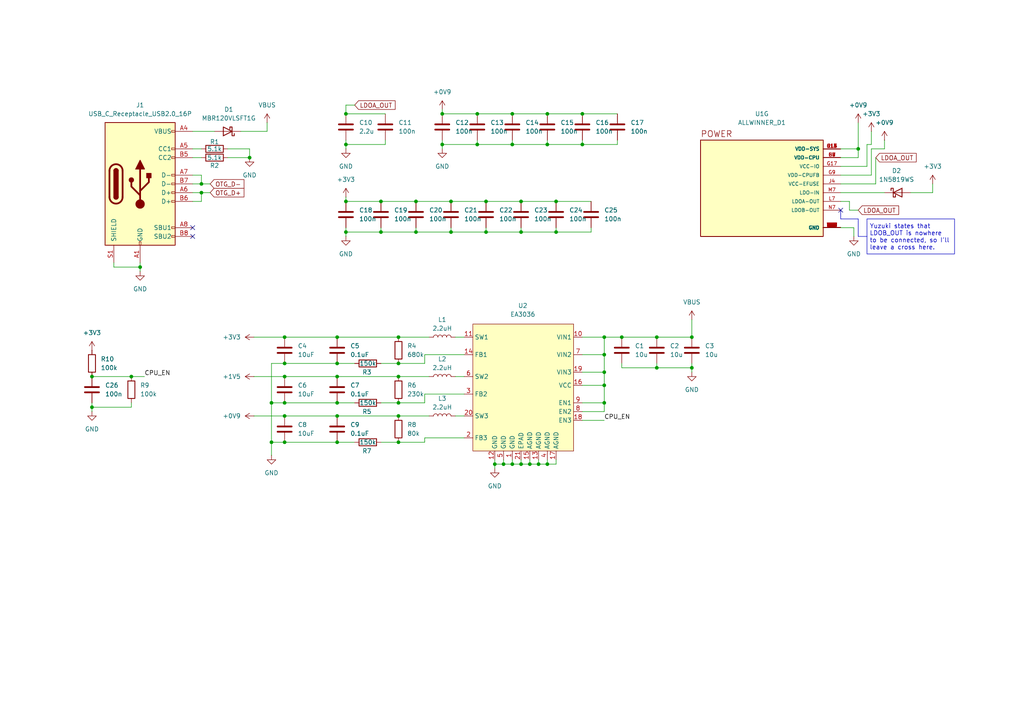
<source format=kicad_sch>
(kicad_sch (version 20250114) (generator "eeschema") (generator_version "9.0")
  (paper "A4")
  (title_block (title "Project Eous") (date "2025-04-06") (rev "0.5") (company "Radianite Computers Inc.") (comment 1 "Drawn by: Zean Isnomo"))
  (rectangle (start 251.46 63.5) (end 276.86 73.66))
  (text "Yuzuki states that\nLDOB_OUT is nowhere\nto be connected, so I'll\nleave a cross here." (at 252.222 68.834 0) (effects (font (size 1.27 1.27)) (justify left)))
  (junction (at 72.39 45.72))
  (junction (at 40.64 77.47))
  (junction (at 146.05 134.62))
  (junction (at 78.74 116.84))
  (junction (at 120.65 67.31))
  (junction (at 78.74 128.27))
  (junction (at 97.79 109.22))
  (junction (at 82.55 128.27))
  (junction (at 82.55 116.84))
  (junction (at 130.81 67.31))
  (junction (at 58.42 55.88))
  (junction (at 175.26 107.95))
  (junction (at 156.21 134.62))
  (junction (at 82.55 105.41))
  (junction (at 248.92 43.18))
  (junction (at 115.57 97.79))
  (junction (at 168.91 33.02))
  (junction (at 168.91 41.91))
  (junction (at 151.13 67.31))
  (junction (at 130.81 58.42))
  (junction (at 82.55 97.79))
  (junction (at 175.26 97.79))
  (junction (at 110.49 67.31))
  (junction (at 120.65 58.42))
  (junction (at 161.29 67.31))
  (junction (at 97.79 105.41))
  (junction (at 82.55 109.22))
  (junction (at 26.67 118.11))
  (junction (at 115.57 105.41))
  (junction (at 143.51 134.62))
  (junction (at 128.27 41.91))
  (junction (at 148.59 41.91))
  (junction (at 110.49 58.42))
  (junction (at 97.79 116.84))
  (junction (at 115.57 109.22))
  (junction (at 175.26 102.87))
  (junction (at 148.59 33.02))
  (junction (at 128.27 33.02))
  (junction (at 38.1 109.22))
  (junction (at 97.79 97.79))
  (junction (at 100.33 41.91))
  (junction (at 26.67 109.22))
  (junction (at 100.33 58.42))
  (junction (at 190.5 97.79))
  (junction (at 115.57 116.84))
  (junction (at 158.75 134.62))
  (junction (at 190.5 106.68))
  (junction (at 97.79 120.65))
  (junction (at 115.57 120.65))
  (junction (at 175.26 111.76))
  (junction (at 115.57 128.27))
  (junction (at 100.33 67.31))
  (junction (at 138.43 41.91))
  (junction (at 148.59 134.62))
  (junction (at 151.13 134.62))
  (junction (at 151.13 58.42))
  (junction (at 58.42 53.34))
  (junction (at 200.66 97.79))
  (junction (at 82.55 120.65))
  (junction (at 158.75 41.91))
  (junction (at 180.34 97.79))
  (junction (at 153.67 134.62))
  (junction (at 138.43 33.02))
  (junction (at 175.26 116.84))
  (junction (at 140.97 67.31))
  (junction (at 161.29 58.42))
  (junction (at 97.79 128.27))
  (junction (at 100.33 33.02))
  (junction (at 158.75 33.02))
  (junction (at 200.66 106.68))
  (junction (at 140.97 58.42))
  (no_connect (at 55.88 66.04))
  (no_connect (at 243.84 60.96))
  (no_connect (at 55.88 68.58))
  (wire (pts (xy 38.1 118.11) (xy 38.1 116.84)))
  (wire (pts (xy 110.49 116.84) (xy 115.57 116.84)))
  (wire (pts (xy 247.65 66.04) (xy 247.65 68.58)))
  (wire (pts (xy 153.67 134.62) (xy 153.67 133.35)))
  (wire (pts (xy 158.75 33.02) (xy 168.91 33.02)))
  (wire (pts (xy 156.21 134.62) (xy 156.21 133.35)))
  (wire (pts (xy 153.67 134.62) (xy 156.21 134.62)))
  (wire (pts (xy 97.79 105.41) (xy 102.87 105.41)))
  (wire (pts (xy 151.13 67.31) (xy 161.29 67.31)))
  (wire (pts (xy 26.67 118.11) (xy 38.1 118.11)))
  (wire (pts (xy 111.76 41.91) (xy 100.33 41.91)))
  (wire (pts (xy 168.91 116.84) (xy 175.26 116.84)))
  (wire (pts (xy 100.33 67.31) (xy 100.33 68.58)))
  (wire (pts (xy 115.57 97.79) (xy 124.46 97.79)))
  (wire (pts (xy 179.07 41.91) (xy 179.07 40.64)))
  (wire (pts (xy 82.55 116.84) (xy 78.74 116.84)))
  (wire (pts (xy 248.92 43.18) (xy 248.92 45.72)))
  (wire (pts (xy 123.19 114.3) (xy 134.62 114.3)))
  (wire (pts (xy 168.91 97.79) (xy 175.26 97.79)))
  (wire (pts (xy 82.55 120.65) (xy 97.79 120.65)))
  (wire (pts (xy 100.33 58.42) (xy 110.49 58.42)))
  (wire (pts (xy 130.81 67.31) (xy 130.81 66.04)))
  (wire (pts (xy 161.29 58.42) (xy 171.45 58.42)))
  (wire (pts (xy 66.04 45.72) (xy 72.39 45.72)))
  (wire (pts (xy 138.43 41.91) (xy 148.59 41.91)))
  (wire (pts (xy 58.42 58.42) (xy 58.42 55.88)))
  (wire (pts (xy 151.13 67.31) (xy 151.13 66.04)))
  (wire (pts (xy 251.46 41.91) (xy 252.73 41.91)))
  (wire (pts (xy 252.73 41.91) (xy 252.73 38.1)))
  (wire (pts (xy 158.75 41.91) (xy 168.91 41.91)))
  (wire (pts (xy 82.55 109.22) (xy 97.79 109.22)))
  (wire (pts (xy 252.73 50.8) (xy 243.84 50.8)))
  (wire (pts (xy 146.05 134.62) (xy 146.05 133.35)))
  (wire (pts (xy 115.57 109.22) (xy 124.46 109.22)))
  (wire (pts (xy 175.26 97.79) (xy 180.34 97.79)))
  (wire (pts (xy 200.66 97.79) (xy 200.66 92.71)))
  (polyline (pts (xy 243.84 60.96) (xy 243.84 62.23)))
  (wire (pts (xy 243.84 66.04) (xy 247.65 66.04)))
  (wire (pts (xy 73.66 120.65) (xy 82.55 120.65)))
  (wire (pts (xy 128.27 41.91) (xy 138.43 41.91)))
  (wire (pts (xy 40.64 77.47) (xy 40.64 78.74)))
  (wire (pts (xy 128.27 33.02) (xy 138.43 33.02)))
  (wire (pts (xy 138.43 33.02) (xy 148.59 33.02)))
  (polyline (pts (xy 251.46 68.58) (xy 248.92 68.58)))
  (wire (pts (xy 77.47 38.1) (xy 69.85 38.1)))
  (wire (pts (xy 175.26 102.87) (xy 175.26 97.79)))
  (wire (pts (xy 243.84 53.34) (xy 254 53.34)))
  (wire (pts (xy 180.34 97.79) (xy 190.5 97.79)))
  (wire (pts (xy 158.75 41.91) (xy 158.75 40.64)))
  (wire (pts (xy 252.73 43.18) (xy 256.54 43.18)))
  (wire (pts (xy 143.51 134.62) (xy 143.51 135.89)))
  (wire (pts (xy 143.51 134.62) (xy 146.05 134.62)))
  (wire (pts (xy 252.73 43.18) (xy 252.73 50.8)))
  (wire (pts (xy 161.29 134.62) (xy 161.29 133.35)))
  (wire (pts (xy 151.13 58.42) (xy 161.29 58.42)))
  (wire (pts (xy 158.75 134.62) (xy 158.75 133.35)))
  (wire (pts (xy 132.08 97.79) (xy 134.62 97.79)))
  (wire (pts (xy 97.79 128.27) (xy 102.87 128.27)))
  (wire (pts (xy 190.5 105.41) (xy 190.5 106.68)))
  (wire (pts (xy 55.88 55.88) (xy 58.42 55.88)))
  (wire (pts (xy 97.79 97.79) (xy 115.57 97.79)))
  (wire (pts (xy 38.1 109.22) (xy 41.91 109.22)))
  (wire (pts (xy 120.65 67.31) (xy 120.65 66.04)))
  (wire (pts (xy 55.88 53.34) (xy 58.42 53.34)))
  (wire (pts (xy 82.55 128.27) (xy 78.74 128.27)))
  (wire (pts (xy 248.92 45.72) (xy 243.84 45.72)))
  (wire (pts (xy 175.26 116.84) (xy 175.26 111.76)))
  (wire (pts (xy 146.05 134.62) (xy 148.59 134.62)))
  (wire (pts (xy 251.46 48.26) (xy 251.46 41.91)))
  (wire (pts (xy 82.55 105.41) (xy 78.74 105.41)))
  (wire (pts (xy 82.55 128.27) (xy 97.79 128.27)))
  (wire (pts (xy 243.84 43.18) (xy 248.92 43.18)))
  (wire (pts (xy 100.33 41.91) (xy 100.33 43.18)))
  (wire (pts (xy 55.88 50.8) (xy 58.42 50.8)))
  (wire (pts (xy 148.59 33.02) (xy 158.75 33.02)))
  (wire (pts (xy 175.26 111.76) (xy 175.26 107.95)))
  (wire (pts (xy 180.34 105.41) (xy 180.34 106.68)))
  (wire (pts (xy 171.45 67.31) (xy 171.45 66.04)))
  (wire (pts (xy 82.55 105.41) (xy 97.79 105.41)))
  (wire (pts (xy 132.08 109.22) (xy 134.62 109.22)))
  (wire (pts (xy 73.66 97.79) (xy 82.55 97.79)))
  (wire (pts (xy 123.19 128.27) (xy 123.19 127)))
  (wire (pts (xy 40.64 76.2) (xy 40.64 77.47)))
  (wire (pts (xy 254 53.34) (xy 254 45.72)))
  (wire (pts (xy 128.27 41.91) (xy 128.27 43.18)))
  (wire (pts (xy 115.57 120.65) (xy 124.46 120.65)))
  (wire (pts (xy 55.88 58.42) (xy 58.42 58.42)))
  (wire (pts (xy 246.38 60.96) (xy 246.38 58.42)))
  (wire (pts (xy 110.49 58.42) (xy 120.65 58.42)))
  (wire (pts (xy 151.13 134.62) (xy 153.67 134.62)))
  (wire (pts (xy 161.29 67.31) (xy 161.29 66.04)))
  (wire (pts (xy 168.91 107.95) (xy 175.26 107.95)))
  (wire (pts (xy 115.57 116.84) (xy 123.19 116.84)))
  (wire (pts (xy 100.33 30.48) (xy 100.33 33.02)))
  (wire (pts (xy 128.27 31.75) (xy 128.27 33.02)))
  (wire (pts (xy 26.67 109.22) (xy 38.1 109.22)))
  (wire (pts (xy 110.49 105.41) (xy 115.57 105.41)))
  (wire (pts (xy 26.67 116.84) (xy 26.67 118.11)))
  (wire (pts (xy 270.51 55.88) (xy 270.51 53.34)))
  (wire (pts (xy 168.91 121.92) (xy 175.26 121.92)))
  (wire (pts (xy 248.92 35.56) (xy 248.92 43.18)))
  (wire (pts (xy 143.51 134.62) (xy 143.51 133.35)))
  (polyline (pts (xy 248.92 63.5) (xy 243.84 63.5)))
  (wire (pts (xy 55.88 43.18) (xy 58.42 43.18)))
  (wire (pts (xy 82.55 116.84) (xy 97.79 116.84)))
  (wire (pts (xy 58.42 55.88) (xy 60.96 55.88)))
  (wire (pts (xy 140.97 67.31) (xy 140.97 66.04)))
  (wire (pts (xy 72.39 43.18) (xy 72.39 45.72)))
  (wire (pts (xy 82.55 97.79) (xy 97.79 97.79)))
  (wire (pts (xy 73.66 109.22) (xy 82.55 109.22)))
  (wire (pts (xy 190.5 97.79) (xy 200.66 97.79)))
  (wire (pts (xy 55.88 38.1) (xy 62.23 38.1)))
  (wire (pts (xy 168.91 41.91) (xy 179.07 41.91)))
  (wire (pts (xy 78.74 116.84) (xy 78.74 128.27)))
  (wire (pts (xy 243.84 48.26) (xy 251.46 48.26)))
  (wire (pts (xy 148.59 41.91) (xy 148.59 40.64)))
  (wire (pts (xy 161.29 67.31) (xy 171.45 67.31)))
  (wire (pts (xy 138.43 41.91) (xy 138.43 40.64)))
  (wire (pts (xy 175.26 107.95) (xy 175.26 102.87)))
  (wire (pts (xy 100.33 40.64) (xy 100.33 41.91)))
  (wire (pts (xy 100.33 67.31) (xy 110.49 67.31)))
  (wire (pts (xy 26.67 118.11) (xy 26.67 119.38)))
  (wire (pts (xy 100.33 33.02) (xy 111.76 33.02)))
  (wire (pts (xy 123.19 105.41) (xy 123.19 102.87)))
  (wire (pts (xy 148.59 134.62) (xy 148.59 133.35)))
  (wire (pts (xy 115.57 105.41) (xy 123.19 105.41)))
  (wire (pts (xy 168.91 119.38) (xy 175.26 119.38)))
  (wire (pts (xy 180.34 106.68) (xy 190.5 106.68)))
  (wire (pts (xy 200.66 106.68) (xy 200.66 107.95)))
  (wire (pts (xy 190.5 106.68) (xy 200.66 106.68)))
  (wire (pts (xy 110.49 128.27) (xy 115.57 128.27)))
  (wire (pts (xy 200.66 105.41) (xy 200.66 106.68)))
  (wire (pts (xy 115.57 128.27) (xy 123.19 128.27)))
  (wire (pts (xy 102.87 30.48) (xy 100.33 30.48)))
  (wire (pts (xy 246.38 60.96) (xy 248.92 60.96)))
  (wire (pts (xy 168.91 111.76) (xy 175.26 111.76)))
  (wire (pts (xy 148.59 134.62) (xy 151.13 134.62)))
  (wire (pts (xy 168.91 41.91) (xy 168.91 40.64)))
  (wire (pts (xy 77.47 35.56) (xy 77.47 38.1)))
  (wire (pts (xy 158.75 134.62) (xy 161.29 134.62)))
  (wire (pts (xy 120.65 58.42) (xy 130.81 58.42)))
  (wire (pts (xy 110.49 67.31) (xy 110.49 66.04)))
  (wire (pts (xy 246.38 58.42) (xy 243.84 58.42)))
  (wire (pts (xy 78.74 128.27) (xy 78.74 132.08)))
  (wire (pts (xy 66.04 43.18) (xy 72.39 43.18)))
  (wire (pts (xy 168.91 102.87) (xy 175.26 102.87)))
  (polyline (pts (xy 243.84 62.23) (xy 243.84 63.5)))
  (wire (pts (xy 256.54 43.18) (xy 256.54 40.64)))
  (wire (pts (xy 168.91 33.02) (xy 179.07 33.02)))
  (polyline (pts (xy 248.92 68.58) (xy 248.92 63.5)))
  (wire (pts (xy 148.59 41.91) (xy 158.75 41.91)))
  (wire (pts (xy 123.19 102.87) (xy 134.62 102.87)))
  (wire (pts (xy 130.81 67.31) (xy 140.97 67.31)))
  (wire (pts (xy 97.79 120.65) (xy 115.57 120.65)))
  (wire (pts (xy 156.21 134.62) (xy 158.75 134.62)))
  (wire (pts (xy 140.97 58.42) (xy 151.13 58.42)))
  (wire (pts (xy 120.65 67.31) (xy 130.81 67.31)))
  (wire (pts (xy 58.42 50.8) (xy 58.42 53.34)))
  (wire (pts (xy 55.88 45.72) (xy 58.42 45.72)))
  (wire (pts (xy 128.27 41.91) (xy 128.27 40.64)))
  (wire (pts (xy 151.13 134.62) (xy 151.13 133.35)))
  (wire (pts (xy 33.02 77.47) (xy 33.02 76.2)))
  (wire (pts (xy 97.79 116.84) (xy 102.87 116.84)))
  (wire (pts (xy 111.76 40.64) (xy 111.76 41.91)))
  (wire (pts (xy 264.16 55.88) (xy 270.51 55.88)))
  (wire (pts (xy 123.19 116.84) (xy 123.19 114.3)))
  (wire (pts (xy 243.84 55.88) (xy 256.54 55.88)))
  (wire (pts (xy 40.64 77.47) (xy 33.02 77.47)))
  (wire (pts (xy 100.33 67.31) (xy 100.33 66.04)))
  (wire (pts (xy 58.42 53.34) (xy 60.96 53.34)))
  (wire (pts (xy 97.79 109.22) (xy 115.57 109.22)))
  (wire (pts (xy 132.08 120.65) (xy 134.62 120.65)))
  (wire (pts (xy 78.74 105.41) (xy 78.74 116.84)))
  (wire (pts (xy 140.97 67.31) (xy 151.13 67.31)))
  (wire (pts (xy 100.33 57.15) (xy 100.33 58.42)))
  (wire (pts (xy 123.19 127) (xy 134.62 127)))
  (wire (pts (xy 175.26 119.38) (xy 175.26 116.84)))
  (wire (pts (xy 110.49 67.31) (xy 120.65 67.31)))
  (wire (pts (xy 130.81 58.42) (xy 140.97 58.42)))
  (label "CPU_EN" (at 175.26 121.92 0))
  (label "CPU_EN" (at 41.91 109.22 0))
  (global_label "LDOA_OUT" (shape input) (at 254 45.72 0) (property "Intersheetrefs" "${INTERSHEET_REFS}" (effects (hide yes))))
  (global_label "LDOA_OUT" (shape input) (at 248.92 60.96 0) (property "Intersheetrefs" "${INTERSHEET_REFS}" (effects (hide yes))))
  (global_label "OTG_D-" (shape input) (at 60.96 53.34 0) (property "Intersheetrefs" "${INTERSHEET_REFS}" (effects (hide yes))))
  (global_label "OTG_D+" (shape input) (at 60.96 55.88 0) (property "Intersheetrefs" "${INTERSHEET_REFS}" (effects (hide yes))))
  (global_label "LDOA_OUT" (shape input) (at 102.87 30.48 0) (property "Intersheetrefs" "${INTERSHEET_REFS}" (effects (hide yes))))
  (symbol (lib_id "Device:R") (at 106.68 105.41 90) (unit 1)
    (property "Reference" "R3" (at 106.426 107.95 90))
    (property "Value" "150k" (at 106.68 105.41 90))
    (property "Footprint" "Resistor_SMD:R_0402_1005Metric" (effects (hide yes)))
    (property "Description" "Resistor" (effects (hide yes)))
  )
  (symbol (lib_id "power:+3V3") (at 252.73 38.1 0) (unit 1)
    (property "Reference" "#PWR014" (effects (hide yes)))
    (property "Value" "+3V3" (at 252.73 33.02 0))
    (property "Description" "Power symbol creates a global label with name \"+3V3\"" (effects (hide yes)))
  )
  (symbol (lib_id "power:+1V5") (at 73.66 120.65 90) (unit 1)
    (property "Reference" "#PWR011" (effects (hide yes)))
    (property "Value" "+0V9" (at 69.85 120.6499 90) (effects (justify left)))
    (property "Description" "Power symbol creates a global label with name \"+1V5\"" (effects (hide yes)))
  )
  (symbol (lib_id "Device:D_Schottky") (at 260.35 55.88 0) (unit 1)
    (property "Reference" "D2" (at 260.0325 49.53 0))
    (property "Value" "1N5819WS" (at 260.0325 52.07 0))
    (property "Footprint" "Diode_SMD:D_SOD-323" (effects (hide yes)))
    (property "Description" "Schottky diode" (effects (hide yes)))
  )
  (symbol (lib_id "Device:C") (at 200.66 101.6 0) (unit 1)
    (property "Reference" "C3" (at 204.47 100.3299 0) (effects (justify left)))
    (property "Value" "10u" (at 204.47 102.8699 0) (effects (justify left)))
    (property "Footprint" "Capacitor_SMD:C_0402_1005Metric" (effects (hide yes)))
    (property "Description" "Unpolarized capacitor" (effects (hide yes)))
  )
  (symbol (lib_id "Device:C") (at 120.65 62.23 0) (unit 1)
    (property "Reference" "C20" (at 124.46 60.9599 0) (effects (justify left)))
    (property "Value" "100n" (at 124.46 63.4999 0) (effects (justify left)))
    (property "Footprint" "Capacitor_SMD:C_0402_1005Metric" (effects (hide yes)))
    (property "Description" "Unpolarized capacitor" (effects (hide yes)))
  )
  (symbol (lib_id "Device:C") (at 158.75 36.83 0) (unit 1)
    (property "Reference" "C15" (at 162.56 35.5599 0) (effects (justify left)))
    (property "Value" "100n" (at 162.56 38.0999 0) (effects (justify left)))
    (property "Footprint" "Capacitor_SMD:C_0402_1005Metric" (effects (hide yes)))
    (property "Description" "Unpolarized capacitor" (effects (hide yes)))
  )
  (symbol (lib_id "Device:C") (at 110.49 62.23 0) (unit 1)
    (property "Reference" "C19" (at 114.3 60.9599 0) (effects (justify left)))
    (property "Value" "100n" (at 114.3 63.4999 0) (effects (justify left)))
    (property "Footprint" "Capacitor_SMD:C_0402_1005Metric" (effects (hide yes)))
    (property "Description" "Unpolarized capacitor" (effects (hide yes)))
  )
  (symbol (lib_id "power:GND") (at 247.65 68.58 0) (unit 1)
    (property "Reference" "#PWR01" (effects (hide yes)))
    (property "Value" "GND" (at 247.65 73.66 0))
    (property "Description" "Power symbol creates a global label with name \"GND\" , ground" (effects (hide yes)))
  )
  (symbol (lib_id "power:+3V3") (at 100.33 57.15 0) (unit 1)
    (property "Reference" "#PWR019" (effects (hide yes)))
    (property "Value" "+3V3" (at 100.33 52.07 0))
    (property "Description" "Power symbol creates a global label with name \"+3V3\"" (effects (hide yes)))
  )
  (symbol (lib_id "power:+1V5") (at 248.92 35.56 0) (unit 1)
    (property "Reference" "#PWR015" (effects (hide yes)))
    (property "Value" "+0V9" (at 248.92 30.48 0))
    (property "Description" "Power symbol creates a global label with name \"+1V5\"" (effects (hide yes)))
  )
  (symbol (lib_id "Device:L") (at 128.27 97.79 90) (unit 1)
    (property "Reference" "L1" (at 128.27 92.71 90))
    (property "Value" "2.2uH" (at 128.27 95.25 90))
    (property "Footprint" "Inductor_SMD:L_Changjiang_FNR252010S" (effects (hide yes)))
    (property "Description" "Inductor" (effects (hide yes)))
  )
  (symbol (lib_id "Device:C") (at 82.55 124.46 0) (unit 1)
    (property "Reference" "C8" (at 86.36 123.1899 0) (effects (justify left)))
    (property "Value" "10uF" (at 86.36 125.7299 0) (effects (justify left)))
    (property "Footprint" "Capacitor_SMD:C_0402_1005Metric" (effects (hide yes)))
    (property "Description" "Unpolarized capacitor" (effects (hide yes)))
  )
  (symbol (lib_id "Device:L") (at 128.27 120.65 90) (unit 1)
    (property "Reference" "L3" (at 128.27 115.57 90))
    (property "Value" "2.2uH" (at 128.27 118.11 90))
    (property "Footprint" "Inductor_SMD:L_Changjiang_FNR252010S" (effects (hide yes)))
    (property "Description" "Inductor" (effects (hide yes)))
  )
  (symbol (lib_id "Device:R") (at 106.68 128.27 90) (unit 1)
    (property "Reference" "R7" (at 106.426 130.81 90))
    (property "Value" "150k" (at 106.68 128.27 90))
    (property "Footprint" "Resistor_SMD:R_0402_1005Metric" (effects (hide yes)))
    (property "Description" "Resistor" (effects (hide yes)))
  )
  (symbol (lib_id "Device:C") (at 130.81 62.23 0) (unit 1)
    (property "Reference" "C21" (at 134.62 60.9599 0) (effects (justify left)))
    (property "Value" "100n" (at 134.62 63.4999 0) (effects (justify left)))
    (property "Footprint" "Capacitor_SMD:C_0402_1005Metric" (effects (hide yes)))
    (property "Description" "Unpolarized capacitor" (effects (hide yes)))
  )
  (symbol (lib_id "Device:C") (at 82.55 113.03 0) (unit 1)
    (property "Reference" "C6" (at 86.36 111.7599 0) (effects (justify left)))
    (property "Value" "10uF" (at 86.36 114.2999 0) (effects (justify left)))
    (property "Footprint" "Capacitor_SMD:C_0402_1005Metric" (effects (hide yes)))
    (property "Description" "Unpolarized capacitor" (effects (hide yes)))
  )
  (symbol (lib_id "power:GND") (at 128.27 43.18 0) (unit 1)
    (property "Reference" "#PWR017" (effects (hide yes)))
    (property "Value" "GND" (at 128.27 48.26 0))
    (property "Description" "Power symbol creates a global label with name \"GND\" , ground" (effects (hide yes)))
  )
  (symbol (lib_id "Device:C") (at 151.13 62.23 0) (unit 1)
    (property "Reference" "C23" (at 154.94 60.9599 0) (effects (justify left)))
    (property "Value" "100n" (at 154.94 63.4999 0) (effects (justify left)))
    (property "Footprint" "Capacitor_SMD:C_0402_1005Metric" (effects (hide yes)))
    (property "Description" "Unpolarized capacitor" (effects (hide yes)))
  )
  (symbol (lib_id "power:+1V5") (at 256.54 40.64 0) (unit 1)
    (property "Reference" "#PWR013" (effects (hide yes)))
    (property "Value" "+0V9" (at 256.54 35.56 0))
    (property "Description" "Power symbol creates a global label with name \"+1V5\"" (effects (hide yes)))
  )
  (symbol (lib_id "ALLWINNER_D1:ALLWINNER_D1") (at 220.98 53.34 0) (unit 7)
    (property "Reference" "U1" (at 220.98 33.02 0))
    (property "Value" "ALLWINNER_D1" (at 220.98 35.56 0))
    (property "Footprint" "libs:BGA337C65P20X20_1300X1300X133" (effects (hide yes)))
    (property "MF" "Allwinner Technology" (effects (hide yes)))
    (property "MAXIMUM_PACKAGE_HEIGHT" "1.33mm" (effects (hide yes)))
    (property "Package" "Package" (effects (hide yes)))
    (property "Price" "None" (effects (hide yes)))
    (property "Check_prices" "https://www.snapeda.com/parts/ALLWINNER%20D1/Allwinner+Technology/view-part/?ref=eda" (effects (hide yes)))
    (property "STANDARD" "IPC 7351B" (effects (hide yes)))
    (property "PARTREV" "0.1" (effects (hide yes)))
    (property "SnapEDA_Link" "https://www.snapeda.com/parts/ALLWINNER%20D1/Allwinner+Technology/view-part/?ref=snap" (effects (hide yes)))
    (property "MP" "ALLWINNER D1" (effects (hide yes)))
    (property "Description_1" "RISC-V Multi-Media Decoding Platform SOC" (effects (hide yes)))
    (property "Availability" "Not in stock" (effects (hide yes)))
    (property "MANUFACTURER" "Allwinner Technology" (effects (hide yes)))
  )
  (symbol (lib_id "power:GND") (at 72.39 45.72 0) (unit 1)
    (property "Reference" "#PWR03" (effects (hide yes)))
    (property "Value" "GND" (at 72.39 50.8 0))
    (property "Description" "Power symbol creates a global label with name \"GND\" , ground" (effects (hide yes)))
  )
  (symbol (lib_id "power:VBUS") (at 200.66 92.71 0) (unit 1)
    (property "Reference" "#PWR06" (effects (hide yes)))
    (property "Value" "VBUS" (at 200.66 87.63 0))
    (property "Description" "Power symbol creates a global label with name \"VBUS\"" (effects (hide yes)))
  )
  (symbol (lib_id "power:+3V3") (at 270.51 53.34 0) (unit 1)
    (property "Reference" "#PWR012" (effects (hide yes)))
    (property "Value" "+3V3" (at 270.51 48.26 0))
    (property "Description" "Power symbol creates a global label with name \"+3V3\"" (effects (hide yes)))
  )
  (symbol (lib_id "Connector:USB_C_Receptacle_USB2.0_16P") (at 40.64 53.34 0) (unit 1)
    (property "Reference" "J1" (at 40.64 30.48 0))
    (property "Value" "USB_C_Receptacle_USB2.0_16P" (at 40.64 33.02 0))
    (property "Footprint" "Connector_USB:USB_C_Receptacle_GCT_USB4105-xx-A_16P_TopMnt_Horizontal" (effects (hide yes)))
    (property "Datasheet" "https://www.usb.org/sites/default/files/documents/usb_type-c.zip" (effects (hide yes)))
    (property "Description" "USB 2.0-only 16P Type-C Receptacle connector" (effects (hide yes)))
  )
  (symbol (lib_id "Device:C") (at 179.07 36.83 0) (unit 1)
    (property "Reference" "C17" (at 182.88 35.5599 0) (effects (justify left)))
    (property "Value" "100n" (at 182.88 38.0999 0) (effects (justify left)))
    (property "Footprint" "Capacitor_SMD:C_0402_1005Metric" (effects (hide yes)))
    (property "Description" "Unpolarized capacitor" (effects (hide yes)))
  )
  (symbol (lib_id "power:GND") (at 26.67 119.38 0) (unit 1)
    (property "Reference" "#PWR022" (effects (hide yes)))
    (property "Value" "GND" (at 26.67 124.46 0))
    (property "Description" "Power symbol creates a global label with name \"GND\" , ground" (effects (hide yes)))
  )
  (symbol (lib_id "Micro-SpecificLibs:EA3036") (at 151.13 111.76 0) (unit 1)
    (property "Reference" "U2" (at 151.638 88.646 0))
    (property "Value" "EA3036" (at 151.638 91.186 0))
    (property "Footprint" "Package_DFN_QFN:QFN-20-1EP_3x3mm_P0.4mm_EP1.65x1.65mm" (effects (hide yes)))
  )
  (symbol (lib_id "power:+3V3") (at 26.67 101.6 0) (unit 1)
    (property "Reference" "#PWR021" (effects (hide yes)))
    (property "Value" "+3V3" (at 26.67 96.52 0))
    (property "Description" "Power symbol creates a global label with name \"+3V3\"" (effects (hide yes)))
  )
  (symbol (lib_id "power:GND") (at 100.33 68.58 0) (unit 1)
    (property "Reference" "#PWR018" (effects (hide yes)))
    (property "Value" "GND" (at 100.33 73.66 0))
    (property "Description" "Power symbol creates a global label with name \"GND\" , ground" (effects (hide yes)))
  )
  (symbol (lib_id "Device:C") (at 26.67 113.03 0) (unit 1)
    (property "Reference" "C26" (at 30.48 111.7599 0) (effects (justify left)))
    (property "Value" "100n" (at 30.48 114.2999 0) (effects (justify left)))
    (property "Footprint" "Capacitor_SMD:C_0402_1005Metric" (effects (hide yes)))
    (property "Description" "Unpolarized capacitor" (effects (hide yes)))
  )
  (symbol (lib_id "Device:R") (at 115.57 101.6 0) (unit 1)
    (property "Reference" "R4" (at 118.11 100.3299 0) (effects (justify left)))
    (property "Value" "680k" (at 118.11 102.8699 0) (effects (justify left)))
    (property "Footprint" "Resistor_SMD:R_0402_1005Metric" (effects (hide yes)))
    (property "Description" "Resistor" (effects (hide yes)))
  )
  (symbol (lib_id "power:GND") (at 100.33 43.18 0) (unit 1)
    (property "Reference" "#PWR016" (effects (hide yes)))
    (property "Value" "GND" (at 100.33 48.26 0))
    (property "Description" "Power symbol creates a global label with name \"GND\" , ground" (effects (hide yes)))
  )
  (symbol (lib_id "power:+3V3") (at 73.66 97.79 90) (unit 1)
    (property "Reference" "#PWR08" (effects (hide yes)))
    (property "Value" "+3V3" (at 69.85 97.7899 90) (effects (justify left)))
    (property "Description" "Power symbol creates a global label with name \"+3V3\"" (effects (hide yes)))
  )
  (symbol (lib_id "Device:R") (at 115.57 113.03 0) (unit 1)
    (property "Reference" "R6" (at 118.11 111.7599 0) (effects (justify left)))
    (property "Value" "230k" (at 118.11 114.2999 0) (effects (justify left)))
    (property "Footprint" "Resistor_SMD:R_0402_1005Metric" (effects (hide yes)))
    (property "Description" "Resistor" (effects (hide yes)))
  )
  (symbol (lib_id "Device:C") (at 128.27 36.83 0) (unit 1)
    (property "Reference" "C12" (at 132.08 35.5599 0) (effects (justify left)))
    (property "Value" "100n" (at 132.08 38.0999 0) (effects (justify left)))
    (property "Footprint" "Capacitor_SMD:C_0402_1005Metric" (effects (hide yes)))
    (property "Description" "Unpolarized capacitor" (effects (hide yes)))
  )
  (symbol (lib_id "Device:C") (at 97.79 124.46 0) (unit 1)
    (property "Reference" "C9" (at 101.6 123.1899 0) (effects (justify left)))
    (property "Value" "0.1uF" (at 101.6 125.7299 0) (effects (justify left)))
    (property "Footprint" "Capacitor_SMD:C_0402_1005Metric" (effects (hide yes)))
    (property "Description" "Unpolarized capacitor" (effects (hide yes)))
  )
  (symbol (lib_id "Device:C") (at 140.97 62.23 0) (unit 1)
    (property "Reference" "C22" (at 144.78 60.9599 0) (effects (justify left)))
    (property "Value" "100n" (at 144.78 63.4999 0) (effects (justify left)))
    (property "Footprint" "Capacitor_SMD:C_0402_1005Metric" (effects (hide yes)))
    (property "Description" "Unpolarized capacitor" (effects (hide yes)))
  )
  (symbol (lib_id "Device:D_Schottky") (at 66.04 38.1 180) (unit 1)
    (property "Reference" "D1" (at 66.3575 31.75 0))
    (property "Value" "MBR120VLSFT1G" (at 66.3575 34.29 0))
    (property "Footprint" "Diode_SMD:D_SOD-123F" (effects (hide yes)))
    (property "Description" "Schottky diode" (effects (hide yes)))
  )
  (symbol (lib_id "Device:C") (at 148.59 36.83 0) (unit 1)
    (property "Reference" "C14" (at 152.4 35.5599 0) (effects (justify left)))
    (property "Value" "100n" (at 152.4 38.0999 0) (effects (justify left)))
    (property "Footprint" "Capacitor_SMD:C_0402_1005Metric" (effects (hide yes)))
    (property "Description" "Unpolarized capacitor" (effects (hide yes)))
  )
  (symbol (lib_id "Device:C") (at 111.76 36.83 0) (unit 1)
    (property "Reference" "C11" (at 115.57 35.5599 0) (effects (justify left)))
    (property "Value" "100n" (at 115.57 38.0999 0) (effects (justify left)))
    (property "Footprint" "Capacitor_SMD:C_0402_1005Metric" (effects (hide yes)))
    (property "Description" "Unpolarized capacitor" (effects (hide yes)))
  )
  (symbol (lib_id "power:GND") (at 78.74 132.08 0) (unit 1)
    (property "Reference" "#PWR09" (effects (hide yes)))
    (property "Value" "GND" (at 78.74 137.16 0))
    (property "Description" "Power symbol creates a global label with name \"GND\" , ground" (effects (hide yes)))
  )
  (symbol (lib_id "Device:C") (at 100.33 36.83 0) (unit 1)
    (property "Reference" "C10" (at 104.14 35.5599 0) (effects (justify left)))
    (property "Value" "2.2u" (at 104.14 38.0999 0) (effects (justify left)))
    (property "Footprint" "Capacitor_SMD:C_0402_1005Metric" (effects (hide yes)))
    (property "Description" "Unpolarized capacitor" (effects (hide yes)))
  )
  (symbol (lib_id "Device:C") (at 100.33 62.23 0) (unit 1)
    (property "Reference" "C18" (at 104.14 60.9599 0) (effects (justify left)))
    (property "Value" "100n" (at 104.14 63.4999 0) (effects (justify left)))
    (property "Footprint" "Capacitor_SMD:C_0402_1005Metric" (effects (hide yes)))
    (property "Description" "Unpolarized capacitor" (effects (hide yes)))
  )
  (symbol (lib_id "Device:C") (at 190.5 101.6 0) (unit 1)
    (property "Reference" "C2" (at 194.31 100.3299 0) (effects (justify left)))
    (property "Value" "10u" (at 194.31 102.8699 0) (effects (justify left)))
    (property "Footprint" "Capacitor_SMD:C_0402_1005Metric" (effects (hide yes)))
    (property "Description" "Unpolarized capacitor" (effects (hide yes)))
  )
  (symbol (lib_id "Device:C") (at 168.91 36.83 0) (unit 1)
    (property "Reference" "C16" (at 172.72 35.5599 0) (effects (justify left)))
    (property "Value" "100n" (at 172.72 38.0999 0) (effects (justify left)))
    (property "Footprint" "Capacitor_SMD:C_0402_1005Metric" (effects (hide yes)))
    (property "Description" "Unpolarized capacitor" (effects (hide yes)))
  )
  (symbol (lib_id "Device:C") (at 161.29 62.23 0) (unit 1)
    (property "Reference" "C24" (at 165.1 60.9599 0) (effects (justify left)))
    (property "Value" "100n" (at 165.1 63.4999 0) (effects (justify left)))
    (property "Footprint" "Capacitor_SMD:C_0402_1005Metric" (effects (hide yes)))
    (property "Description" "Unpolarized capacitor" (effects (hide yes)))
  )
  (symbol (lib_id "Device:R") (at 62.23 45.72 90) (unit 1)
    (property "Reference" "R2" (at 62.23 48.006 90))
    (property "Value" "5.1k" (at 62.23 45.72 90))
    (property "Footprint" "Resistor_SMD:R_0402_1005Metric" (effects (hide yes)))
    (property "Description" "Resistor" (effects (hide yes)))
  )
  (symbol (lib_id "Device:L") (at 128.27 109.22 90) (unit 1)
    (property "Reference" "L2" (at 128.27 104.14 90))
    (property "Value" "2.2uH" (at 128.27 106.68 90))
    (property "Footprint" "Inductor_SMD:L_Changjiang_FNR252010S" (effects (hide yes)))
    (property "Description" "Inductor" (effects (hide yes)))
  )
  (symbol (lib_id "Device:C") (at 97.79 113.03 0) (unit 1)
    (property "Reference" "C7" (at 101.6 111.7599 0) (effects (justify left)))
    (property "Value" "0.1uF" (at 101.6 114.2999 0) (effects (justify left)))
    (property "Footprint" "Capacitor_SMD:C_0402_1005Metric" (effects (hide yes)))
    (property "Description" "Unpolarized capacitor" (effects (hide yes)))
  )
  (symbol (lib_id "Device:C") (at 138.43 36.83 0) (unit 1)
    (property "Reference" "C13" (at 142.24 35.5599 0) (effects (justify left)))
    (property "Value" "100n" (at 142.24 38.0999 0) (effects (justify left)))
    (property "Footprint" "Capacitor_SMD:C_0402_1005Metric" (effects (hide yes)))
    (property "Description" "Unpolarized capacitor" (effects (hide yes)))
  )
  (symbol (lib_id "power:+1V5") (at 128.27 31.75 0) (unit 1)
    (property "Reference" "#PWR020" (effects (hide yes)))
    (property "Value" "+0V9" (at 128.27 26.67 0))
    (property "Description" "Power symbol creates a global label with name \"+1V5\"" (effects (hide yes)))
  )
  (symbol (lib_id "Device:R") (at 115.57 124.46 0) (unit 1)
    (property "Reference" "R8" (at 118.11 123.1899 0) (effects (justify left)))
    (property "Value" "80k" (at 118.11 125.7299 0) (effects (justify left)))
    (property "Footprint" "Resistor_SMD:R_0402_1005Metric" (effects (hide yes)))
    (property "Description" "Resistor" (effects (hide yes)))
  )
  (symbol (lib_id "Device:R") (at 26.67 105.41 0) (unit 1)
    (property "Reference" "R10" (at 29.21 104.1399 0) (effects (justify left)))
    (property "Value" "100k" (at 29.21 106.6799 0) (effects (justify left)))
    (property "Footprint" "Resistor_SMD:R_0402_1005Metric" (effects (hide yes)))
    (property "Description" "Resistor" (effects (hide yes)))
  )
  (symbol (lib_id "Device:C") (at 97.79 101.6 0) (unit 1)
    (property "Reference" "C5" (at 101.6 100.3299 0) (effects (justify left)))
    (property "Value" "0.1uF" (at 101.6 102.8699 0) (effects (justify left)))
    (property "Footprint" "Capacitor_SMD:C_0402_1005Metric" (effects (hide yes)))
    (property "Description" "Unpolarized capacitor" (effects (hide yes)))
  )
  (symbol (lib_id "Device:R") (at 62.23 43.18 90) (unit 1)
    (property "Reference" "R1" (at 62.23 41.148 90))
    (property "Value" "5.1k" (at 62.23 43.18 90))
    (property "Footprint" "Resistor_SMD:R_0402_1005Metric" (effects (hide yes)))
    (property "Description" "Resistor" (effects (hide yes)))
  )
  (symbol (lib_id "power:+1V5") (at 73.66 109.22 90) (unit 1)
    (property "Reference" "#PWR010" (effects (hide yes)))
    (property "Value" "+1V5" (at 69.85 109.2199 90) (effects (justify left)))
    (property "Description" "Power symbol creates a global label with name \"+1V5\"" (effects (hide yes)))
  )
  (symbol (lib_id "Device:C") (at 171.45 62.23 0) (unit 1)
    (property "Reference" "C25" (at 175.26 60.9599 0) (effects (justify left)))
    (property "Value" "100n" (at 175.26 63.4999 0) (effects (justify left)))
    (property "Footprint" "Capacitor_SMD:C_0402_1005Metric" (effects (hide yes)))
    (property "Description" "Unpolarized capacitor" (effects (hide yes)))
  )
  (symbol (lib_id "Device:R") (at 38.1 113.03 0) (unit 1)
    (property "Reference" "R9" (at 40.64 111.7599 0) (effects (justify left)))
    (property "Value" "100k" (at 40.64 114.2999 0) (effects (justify left)))
    (property "Footprint" "Resistor_SMD:R_0402_1005Metric" (effects (hide yes)))
    (property "Description" "Resistor" (effects (hide yes)))
  )
  (symbol (lib_id "power:GND") (at 40.64 78.74 0) (unit 1)
    (property "Reference" "#PWR04" (effects (hide yes)))
    (property "Value" "GND" (at 40.64 83.82 0))
    (property "Description" "Power symbol creates a global label with name \"GND\" , ground" (effects (hide yes)))
  )
  (symbol (lib_id "Device:R") (at 106.68 116.84 90) (unit 1)
    (property "Reference" "R5" (at 106.426 119.38 90))
    (property "Value" "150k" (at 106.68 116.84 90))
    (property "Footprint" "Resistor_SMD:R_0402_1005Metric" (effects (hide yes)))
    (property "Description" "Resistor" (effects (hide yes)))
  )
  (symbol (lib_id "power:VBUS") (at 77.47 35.56 0) (unit 1)
    (property "Reference" "#PWR02" (effects (hide yes)))
    (property "Value" "VBUS" (at 77.47 30.48 0))
    (property "Description" "Power symbol creates a global label with name \"VBUS\"" (effects (hide yes)))
  )
  (symbol (lib_id "Device:C") (at 82.55 101.6 0) (unit 1)
    (property "Reference" "C4" (at 86.36 100.3299 0) (effects (justify left)))
    (property "Value" "10uF" (at 86.36 102.8699 0) (effects (justify left)))
    (property "Footprint" "Capacitor_SMD:C_0402_1005Metric" (effects (hide yes)))
    (property "Description" "Unpolarized capacitor" (effects (hide yes)))
  )
  (symbol (lib_id "power:GND") (at 200.66 107.95 0) (unit 1)
    (property "Reference" "#PWR07" (effects (hide yes)))
    (property "Value" "GND" (at 200.66 113.03 0))
    (property "Description" "Power symbol creates a global label with name \"GND\" , ground" (effects (hide yes)))
  )
  (symbol (lib_id "Device:C") (at 180.34 101.6 0) (unit 1)
    (property "Reference" "C1" (at 184.15 100.3299 0) (effects (justify left)))
    (property "Value" "10u" (at 184.15 102.8699 0) (effects (justify left)))
    (property "Footprint" "Capacitor_SMD:C_0402_1005Metric" (effects (hide yes)))
    (property "Description" "Unpolarized capacitor" (effects (hide yes)))
  )
  (symbol (lib_id "power:GND") (at 143.51 135.89 0) (unit 1)
    (property "Reference" "#PWR05" (effects (hide yes)))
    (property "Value" "GND" (at 143.51 140.97 0))
    (property "Description" "Power symbol creates a global label with name \"GND\" , ground" (effects (hide yes)))
  )
)
</source>
